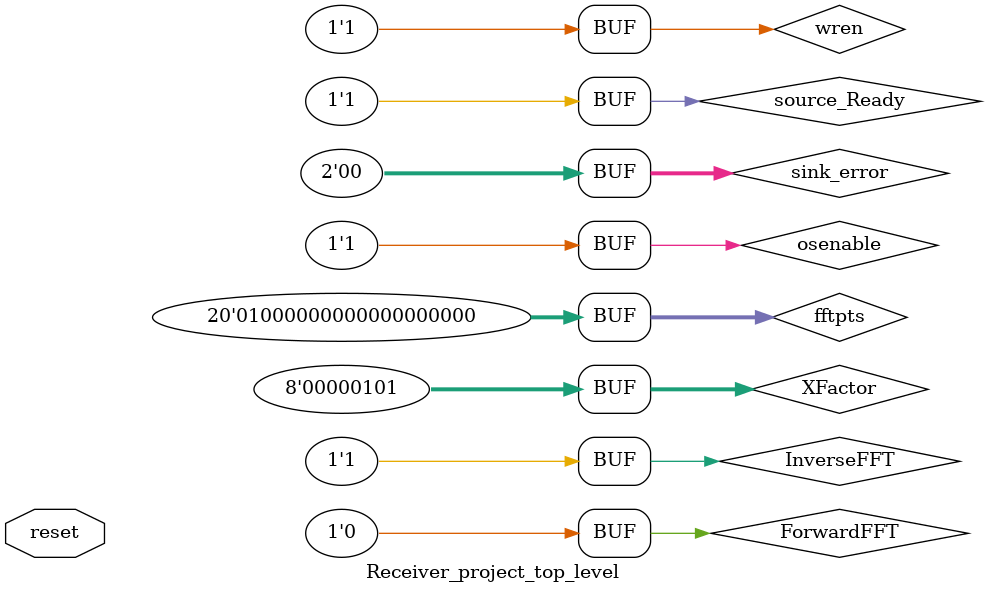
<source format=v>
module Receiver_project_top_level(
	input wire reset
);	
wire[3:0] 	receiver1;
wire[3:0] 	receiver2;
wire[3:0] 	receiver3;
wire[3:0] 	receiver4;



wire 			osenable;
assign 		osenable 		= 1;
wire 			clk;
reg  [19:0] address;
wire [19:0]	fftpts;
assign 		fftpts			=20'd262144;
wire 			source_Ready;
assign 		source_Ready	=1;

wire       	sink_valid1;
wire        sink_sop1;   
wire        sink_eop1; 
wire       	sink_valid2;
wire        sink_sop2;   
wire        sink_eop2;
wire       	sink_valid3;
wire        sink_sop3;   
wire        sink_eop3; 
wire       	sink_valid4;
wire        sink_sop4;   
wire        sink_eop4;  



wire [3:0]  realFFT1in;
wire [3:0]  imagFFT1in;
wire [7:0]  realOutput1;
wire [7:0]  imagOutput1;
wire [7:0]  Real_multi_out1;	
wire [7:0]  imag_multi_out1 ;
wire 			sink_ready1;
wire 			source_valid1;

wire [3:0]  realFFT2in;
wire [3:0]  imagFFT2in;
wire [7:0]  realOutput2;
wire [7:0]  imagOutput2;
wire [7:0]  Real_multi_out2;	
wire [7:0]  imag_multi_out2 ;
wire 			sink_ready2;
wire 			source_valid2;	

wire [3:0]  realFFT3in;
wire [3:0]  imagFFT3in;
wire [7:0]  realOutput3;
wire [7:0]  imagOutput3;
wire [7:0]  Real_multi_out3;	
wire [7:0]  imag_multi_out3 ;
wire 			sink_ready3;
wire 			source_valid3;	

wire [3:0]  realFFT4in;
wire [3:0]  imagFFT4in;
wire [7:0]  realOutput4;
wire [7:0]  imagOutput4;
wire [7:0]  Real_multi_out4;	
wire [7:0]  imag_multi_out4 ;
wire 			sink_ready4;
wire 			source_valid4;	

wire 			isink_valid1; 
wire 			isink_ready1; 
wire 			isink_sop1; 
wire 			isink_eop1; 
wire 			isource_valid1; 
wire [7:0] 	irealOutput1; 
wire [7:0] 	iimagiOutput1;

wire 			isink_valid2; 
wire 			isink_ready2; 
wire 			isink_sop2; 
wire 			isink_eop2; 
wire 			isource_valid2; 
wire [7:0] 	irealOutput2; 
wire [7:0] 	iimagiOutput2;

wire 			isink_valid3; 
wire 			isink_ready3; 
wire 			isink_sop3; 
wire 			isink_eop3; 
wire 			isource_valid3; 
wire [7:0] 	irealOutput3; 
wire [7:0] 	iimagiOutput3;

wire 			isink_valid4; 
wire 			isink_ready4; 
wire 			isink_sop4; 
wire 			isink_eop4; 
wire 			isource_valid4; 
wire [7:0] 	irealOutput4; 
wire [7:0] 	iimagiOutput4;

wire [15:0] DataOutput1;
wire [15:0] DataOutput2;
wire [15:0] DataOutput3;
wire [15:0] DataOutput4;


wire [1:0] 	sink_error;
assign 		sink_error	=2'b00;
wire [7:0] 	XFactor;
assign 		XFactor 		= 8'b00000101;
wire 			InverseFFT;
assign 		InverseFFT 	= 1;
wire 			ForwardFFT;
assign 		ForwardFFT 	= 0;
wire 			wren;
assign 		wren 		   = 1;

Internal_OSC Internal_OSC_inst (
	.oscena (osenable),
	.clkout (clk) 
);

always @(posedge clk or posedge reset) begin
        if (reset) begin
            address <= 20'b0;
        end else begin
            // Increment address to read next ROM data
            if (address < 20'b11110100001000111111) // Assuming maximum address for 1,000,000 entries
                address <= address + 20'b1;
            else
                address <= 0; // Loop back to start
        end
    end

//Instantiate ROM 1(Receiver1)
Receiver1	Receiver1_inst (
	.address ( address),//address input
	.clock 	( clk ),//internal clock input
	.q 		( receiver1 )//output from rom to FFt
	);
	
//Instantiate ROM 2(Receiver2)
receiver2 receiver2_inst(
	.address ( address),
	.clock 	( clk ),
	.q 		( receiver2 )
);

//Instantiate ROM 3(Receiver3)
Receiver3	Receiver3_inst (
	.address ( address),
	.clock 	( clk ),
	.q 		( receiver3 )
	);

//Instantiate ROM 4(Receiver4)
Receiver4	Receiver4_inst (
	.address ( address),
	.clock 	( clk ),
	.q 		( receiver4 )
	);	
	

FFTcontrol FFT1control_inst
(
	.clk(clk) ,	// internal clock
	.FFTin(receiver1) ,	// output from ROM for specific address
	.sink_valid(sink_valid1) ,	
	.sink_sop(sink_sop1) ,	
	.sink_eop(sink_eop1) ,	
	.realFFTin(realFFT1in),	
	.imagFFTin(imagFFT1in) 	
);
FFTcontrol FFT2control_inst
(
	.clk(clk) ,
	.FFTin(receiver2) ,	
	.sink_valid(sink_valid2) ,
	.sink_sop(sink_sop2) ,	
	.sink_eop(sink_eop2) ,
	.realFFTin(realFFT2in) ,	
	.imagFFTin(imagFFT2in) 	

);

FFTcontrol FFT3control_inst
(
	.clk(clk) ,	
	.FFTin(receiver3),
	.sink_valid(sink_valid3) ,	
	.sink_sop(sink_sop3) ,
	.sink_eop(sink_eop3) ,	
	.realFFTin(realFFT3in) ,	
	.imagFFTin(imagFFT3in) 	

);

FFTcontrol FFT4control_inst
(
	.clk(clk) ,	
	.FFTin(receiver4) ,	
	.sink_valid(sink_valid4) ,	
	.sink_sop(sink_sop4) ,
	.sink_eop(sink_eop4) ,	
	.realFFTin(realFFT4in) ,	
	.imagFFTin(imagFFT4in) 	
);
		
	
ReceiverFFT Receiver1FFT_inst (
	.clk          (clk),          
	.reset_n      (reset),      
	.sink_valid   (sink_valid1),   
	.sink_ready   (sink_ready1),   
	.sink_error   (sink_error),   
	.sink_sop     (sink_sop1),     
	.sink_eop     (sink_eop1),     
	.sink_real    (realFFT1in), 
	.sink_imag    (imagFFT1in),    
	.fftpts_in    (fftpts),    
	.inverse      (ForwardFFT),      
	.source_valid (source_valid1), 
	.source_ready (source_Ready), 
	.source_real  (realOutput1),  
	.source_imag  (imagOutput1)
	);

ReceiverFFT Receiver2FFT_inst (
	.clk          (clk),          
	.reset_n      (reset),      
	.sink_valid   (sink_valid2),   
	.sink_ready   (sink_ready2),   
	.sink_error   (sink_error),   
	.sink_sop     (sink_sop2),     
	.sink_eop     (sink_eop2),     
	.sink_real    (realFFT2in),    
	.sink_imag    (imagFFT2in),    
	.fftpts_in    (fftpts),    
	.inverse      (ForwardFFT),      
	.source_valid (source_valid2), 
	.source_ready (source_Ready), 
	.source_real  (realOutput2),  
	.source_imag  (imagOutput2)  
	);	
	
ReceiverFFT Receiver3FFT_inst (
	.clk          (clk),          
	.reset_n      (reset),      
	.sink_valid   (sink_valid3),   
	.sink_ready   (sink_ready3),   
	.sink_error   (sink_error),   
	.sink_sop     (sink_sop3),     
	.sink_eop     (sink_eop3),     
	.sink_real    (realFFT3in),    
	.sink_imag    (imagFFT3in),    
	.fftpts_in    (fftpts),    
	.inverse      (ForwardFFT),      
	.source_valid (source_valid3), 
	.source_ready (source_Ready), 
	.source_real  (realOutput3),  
	.source_imag  (imagOutput3)  
	);		

ReceiverFFT Receiver4FFT_inst (
	.clk          (clk),          
	.reset_n      (reset),      
	.sink_valid   (sink_valid4),   
	.sink_ready   (sink_ready4),   
	.sink_error   (sink_error),   
	.sink_sop     (sink_sop4),     
	.sink_eop     (sink_eop4),     
	.sink_real    (realFFT4in),    
	.sink_imag    (imagFFT4in),    
	.fftpts_in    (fftpts),    
	.inverse      (ForwardFFT),      
	.source_valid (source_valid4), 
	.source_ready (source_Ready), 
	.source_real  (realOutput4),  
	.source_imag  (imagOutput4)  
	);	
	
multiplier multiplier1_inst(
	.RealPart(realOutput1) ,	
	.ImagPart(imagOutput1) ,	
	.multi_factor(XFactor) ,	
	.Real_multi_out(Real_multi_out1) ,	
	.imag_multi_out(imag_multi_out1) 	
);

multiplier multiplier2_inst(
	.RealPart(realOutput2) ,	
	.ImagPart(imagOutput2) ,	
	.multi_factor(XFactor) ,	
	.Real_multi_out(Real_multi_out2) ,	
	.imag_multi_out(imag_multi_out2) 	
);

multiplier multiplier3_inst(
	.RealPart(realOutput3) ,	
	.ImagPart(imagOutput3) ,	
	.multi_factor(XFactor) ,	
	.Real_multi_out(Real_multi_out3) ,	
	.imag_multi_out(imag_multi_out3) 	
);

multiplier multiplier4_inst(
	.RealPart(realOutput4) ,	
	.ImagPart(imagOutput4) ,	
	.multi_factor(XFactor) ,	
	.Real_multi_out(Real_multi_out4) ,	
	.imag_multi_out(imag_multi_out4) 	
);


ReceiverFFT Receiver1iFFT_inst (
	.clk          (clk),     
	.reset_n      (reset),   
	.sink_valid   (isink_valid1),  
	.sink_ready   (isink_ready1),   
	.sink_error   (sink_error),   
	.sink_sop     (isink_sop1),     
	.sink_eop     (isink_eop1),     
	.sink_real    (Real_multi_out1),    
	.sink_imag    (imag_multi_out1),    
	.fftpts_in    (fftpts),    
	.inverse      (InverseFFT),      
	.source_valid (isource_valid1), 
	.source_ready (source_Ready), 
	.source_real  (irealOutput1), 
	.source_imag  (iimagiOutput1)  
	);	
	
ReceiverFFT Receiver2iFFT_inst (
	.clk          (clk),     
	.reset_n      (reset),   
	.sink_valid   (isink_valid2),  
	.sink_ready   (isink_ready2),   
	.sink_error   (sink_error),   
	.sink_sop     (isink_sop2),     
	.sink_eop     (isink_eop2),     
	.sink_real    (Real_multi_out2),    
	.sink_imag    (imag_multi_out2),    
	.fftpts_in    (fftpts),    
	.inverse      (InverseFFT),      
	.source_valid (isource_valid2), 
	.source_ready (source_Ready), 
	.source_real  (irealOutput2), 
	.source_imag  (iimagiOutput2)  
	);	
	
ReceiverFFT Receiver3iFFT_inst (
	.clk          (clk),     
	.reset_n      (reset),   
	.sink_valid   (isink_valid3),  
	.sink_ready   (isink_ready3),   
	.sink_error   (sink_error),   
	.sink_sop     (isink_sop3),     
	.sink_eop     (isink_eop3),     
	.sink_real    (Real_multi_out3),    
	.sink_imag    (imag_multi_out3),    
	.fftpts_in    (fftpts),    
	.inverse      (InverseFFT),      
	.source_valid (isource_valid3), 
	.source_ready (source_Ready), 
	.source_real  (irealOutput3), 
	.source_imag  (iimagiOutput3)  
	);	
	
ReceiverFFT Receiver4iFFT_inst (
	.clk          (clk),     
	.reset_n      (reset),   
	.sink_valid   (isink_valid4),  
	.sink_ready   (isink_ready4),   
	.sink_error   (sink_error),   
	.sink_sop     (isink_sop4),     
	.sink_eop     (isink_eop4),     
	.sink_real    (Real_multi_out4),    
	.sink_imag    (imag_multi_out4),    
	.fftpts_in    (fftpts),    
	.inverse      (InverseFFT),      
	.source_valid (isource_valid4), 
	.source_ready (source_Ready), 
	.source_real  (irealOutput4), 
	.source_imag  (iimagiOutput4)  
	);


RAM	RAM1_inst (
	.address ( address ),
	.clock ( clk ),
	.data ( {irealOutput1, iimagiOutput1} ),
	.wren ( wren ),
	.q ( DataOuput1 )
	);

RAM	RAM2_inst (
	.address ( address ),
	.clock ( clk ),
	.data ( {irealOutput2, iimagiOutput2} ),
	.wren ( wren ),
	.q ( DataOuput2 )
	);
	
RAM	RAM3_inst (
	.address ( address ),
	.clock ( clk ),
	.data ( {irealOutput3, iimagiOutput3} ),
	.wren ( wren ),
	.q ( DataOuput3 )
	);
	
	
RAM	RAM4_inst (
	.address ( address ),
	.clock ( clk ),
	.data ( {irealOutput4, iimagiOutput4} ),
	.wren ( wren ),
	.q ( DataOuput4 )
	);



endmodule



 

</source>
